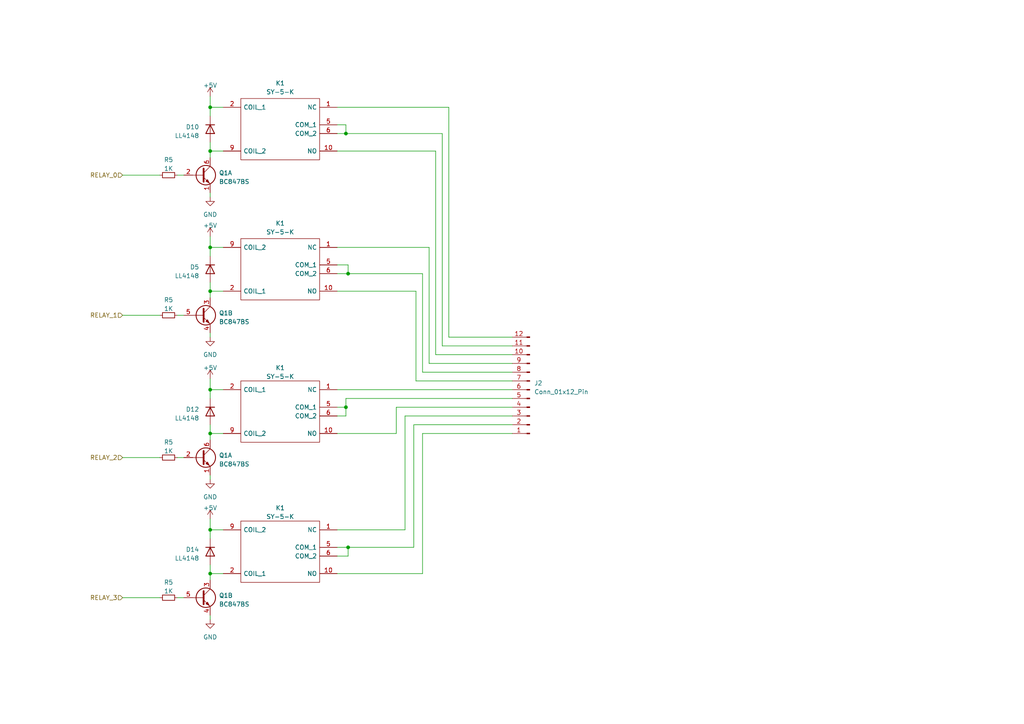
<source format=kicad_sch>
(kicad_sch (version 20230221) (generator eeschema)
  (paper "A4")
  (lib_symbols
    (symbol "Connector:Conn_01x12_Pin" (pin_names (offset 1.016) hide)
      (property "Reference" "J" (at 0 15.24 0))
      (property "Value" "Conn_01x12_Pin" (at 0 -17.78 0))
      (symbol "Conn_01x12_Pin_1_1"
        (polyline (pts (xy 1.27 -15.24) (xy 0.8636 -15.24)) (stroke (width 0.1524)))
        (polyline (pts (xy 1.27 -12.7) (xy 0.8636 -12.7)) (stroke (width 0.1524)))
        (polyline (pts (xy 1.27 -10.16) (xy 0.8636 -10.16)) (stroke (width 0.1524)))
        (polyline (pts (xy 1.27 -7.62) (xy 0.8636 -7.62)) (stroke (width 0.1524)))
        (polyline (pts (xy 1.27 -5.08) (xy 0.8636 -5.08)) (stroke (width 0.1524)))
        (polyline (pts (xy 1.27 -2.54) (xy 0.8636 -2.54)) (stroke (width 0.1524)))
        (polyline (pts (xy 1.27 0) (xy 0.8636 0)) (stroke (width 0.1524)))
        (polyline (pts (xy 1.27 2.54) (xy 0.8636 2.54)) (stroke (width 0.1524)))
        (polyline (pts (xy 1.27 5.08) (xy 0.8636 5.08)) (stroke (width 0.1524)))
        (polyline (pts (xy 1.27 7.62) (xy 0.8636 7.62)) (stroke (width 0.1524)))
        (polyline (pts (xy 1.27 10.16) (xy 0.8636 10.16)) (stroke (width 0.1524)))
        (polyline (pts (xy 1.27 12.7) (xy 0.8636 12.7)) (stroke (width 0.1524)))
        (rectangle (start 0.8636 -15.113) (end 0 -15.367) (stroke (width 0.1524)) (fill (type outline)))
        (rectangle (start 0.8636 -12.573) (end 0 -12.827) (stroke (width 0.1524)) (fill (type outline)))
        (rectangle (start 0.8636 -10.033) (end 0 -10.287) (stroke (width 0.1524)) (fill (type outline)))
        (rectangle (start 0.8636 -7.493) (end 0 -7.747) (stroke (width 0.1524)) (fill (type outline)))
        (rectangle (start 0.8636 -4.953) (end 0 -5.207) (stroke (width 0.1524)) (fill (type outline)))
        (rectangle (start 0.8636 -2.413) (end 0 -2.667) (stroke (width 0.1524)) (fill (type outline)))
        (rectangle (start 0.8636 0.127) (end 0 -0.127) (stroke (width 0.1524)) (fill (type outline)))
        (rectangle (start 0.8636 2.667) (end 0 2.413) (stroke (width 0.1524)) (fill (type outline)))
        (rectangle (start 0.8636 5.207) (end 0 4.953) (stroke (width 0.1524)) (fill (type outline)))
        (rectangle (start 0.8636 7.747) (end 0 7.493) (stroke (width 0.1524)) (fill (type outline)))
        (rectangle (start 0.8636 10.287) (end 0 10.033) (stroke (width 0.1524)) (fill (type outline)))
        (rectangle (start 0.8636 12.827) (end 0 12.573) (stroke (width 0.1524)) (fill (type outline)))
        (pin passive line (at 5.08 12.7 180) (length 3.81) (name "Pin_1") (number "1"))
        (pin passive line (at 5.08 -10.16 180) (length 3.81) (name "Pin_10") (number "10"))
        (pin passive line (at 5.08 -12.7 180) (length 3.81) (name "Pin_11") (number "11"))
        (pin passive line (at 5.08 -15.24 180) (length 3.81) (name "Pin_12") (number "12"))
        (pin passive line (at 5.08 10.16 180) (length 3.81) (name "Pin_2") (number "2"))
        (pin passive line (at 5.08 7.62 180) (length 3.81) (name "Pin_3") (number "3"))
        (pin passive line (at 5.08 5.08 180) (length 3.81) (name "Pin_4") (number "4"))
        (pin passive line (at 5.08 2.54 180) (length 3.81) (name "Pin_5") (number "5"))
        (pin passive line (at 5.08 0 180) (length 3.81) (name "Pin_6") (number "6"))
        (pin passive line (at 5.08 -2.54 180) (length 3.81) (name "Pin_7") (number "7"))
        (pin passive line (at 5.08 -5.08 180) (length 3.81) (name "Pin_8") (number "8"))
        (pin passive line (at 5.08 -7.62 180) (length 3.81) (name "Pin_9") (number "9"))
      )
    )
    (symbol "Device:R_Small" (pin_numbers hide) (pin_names (offset 0.254) hide)
      (property "Reference" "R" (at 0.762 0.508 0))
      (property "Value" "R_Small" (at 0.762 -1.016 0))
      (symbol "R_Small_0_1"
        (rectangle (start -0.762 1.778) (end 0.762 -1.778) (stroke (width 0.2032)))
      )
      (symbol "R_Small_1_1"
        (pin passive line (at 0 2.54 270) (length 0.762) (name "~") (number "1"))
        (pin passive line (at 0 -2.54 90) (length 0.762) (name "~") (number "2"))
      )
    )
    (symbol "Diode:LL4148" (pin_numbers hide) (pin_names hide)
      (property "Reference" "D" (at 0 2.54 0))
      (property "Value" "LL4148" (at 0 -2.54 0))
      (symbol "LL4148_0_1"
        (polyline (pts (xy -1.27 1.27) (xy -1.27 -1.27)) (stroke (width 0.254)))
        (polyline (pts (xy 1.27 0) (xy -1.27 0)))
        (polyline (pts (xy 1.27 1.27) (xy 1.27 -1.27) (xy -1.27 0) (xy 1.27 1.27)) (stroke (width 0.254)))
      )
      (symbol "LL4148_1_1"
        (pin passive line (at -3.81 0 0) (length 2.54) (name "K") (number "1"))
        (pin passive line (at 3.81 0 180) (length 2.54) (name "A") (number "2"))
      )
    )
    (symbol "SY-5-K:SY-5-K" (pin_names (offset 0.762))
      (property "Reference" "K" (at 15.24 5.08 0))
      (property "Value" "SY-5-K" (at 12.7 -17.78 0))
      (symbol "SY-5-K_0_0"
        (pin passive line (at 33.02 0 180) (length 5.08) (name "NC") (number "1"))
        (pin passive line (at 33.02 -12.7 180) (length 5.08) (name "NO") (number "10"))
        (pin passive line (at 0 -12.7 0) (length 5.08) (name "COIL_1") (number "2"))
        (pin passive line (at 33.02 -5.08 180) (length 5.08) (name "COM_1") (number "5"))
        (pin passive line (at 33.02 -7.62 180) (length 5.08) (name "COM_2") (number "6"))
        (pin passive line (at 0 0 0) (length 5.08) (name "COIL_2") (number "9"))
      )
      (symbol "SY-5-K_0_1"
        (polyline (pts (xy 5.08 2.54) (xy 27.94 2.54) (xy 27.94 -15.24) (xy 5.08 -15.24) (xy 5.08 2.54)) (stroke (width 0.1524)))
      )
    )
    (symbol "SY-5-K:SY-5-K_COIL_SWAPPED_IN_SYM" (pin_names (offset 0.762))
      (property "Reference" "K" (at 15.24 5.08 0))
      (property "Value" "SY-5-K_COIL_SWAPPED_IN_SYM" (at 12.7 -17.78 0))
      (symbol "SY-5-K_COIL_SWAPPED_IN_SYM_0_0"
        (pin passive line (at 33.02 0 180) (length 5.08) (name "NC") (number "1"))
        (pin passive line (at 33.02 -12.7 180) (length 5.08) (name "NO") (number "10"))
        (pin passive line (at 0 0 0) (length 5.08) (name "COIL_1") (number "2"))
        (pin passive line (at 33.02 -5.08 180) (length 5.08) (name "COM_1") (number "5"))
        (pin passive line (at 33.02 -7.62 180) (length 5.08) (name "COM_2") (number "6"))
        (pin passive line (at 0 -12.7 0) (length 5.08) (name "COIL_2") (number "9"))
      )
      (symbol "SY-5-K_COIL_SWAPPED_IN_SYM_0_1"
        (polyline (pts (xy 5.08 2.54) (xy 27.94 2.54) (xy 27.94 -15.24) (xy 5.08 -15.24) (xy 5.08 2.54)) (stroke (width 0.1524)))
      )
    )
    (symbol "Transistor_BJT:BC847BS" (pin_names (offset 0) hide)
      (property "Reference" "Q" (at 5.08 1.27 0))
      (property "Value" "BC847BS" (at 5.08 -1.27 0))
      (symbol "BC847BS_0_1"
        (polyline (pts (xy 0.635 0) (xy -2.54 0)))
        (polyline (pts (xy 0.635 0.635) (xy 2.54 2.54)))
        (polyline (pts (xy 0.635 -0.635) (xy 2.54 -2.54) (xy 2.54 -2.54)))
        (polyline (pts (xy 0.635 1.905) (xy 0.635 -1.905) (xy 0.635 -1.905)) (stroke (width 0.508)))
        (polyline (pts (xy 1.27 -1.778) (xy 1.778 -1.27) (xy 2.286 -2.286) (xy 1.27 -1.778) (xy 1.27 -1.778)) (fill (type outline)))
        (circle (center 1.27 0) (radius 2.8194) (stroke (width 0.254)))
      )
      (symbol "BC847BS_1_1"
        (pin passive line (at 2.54 -5.08 90) (length 2.54) (name "E1") (number "1"))
        (pin input line (at -5.08 0 0) (length 2.54) (name "B1") (number "2"))
        (pin passive line (at 2.54 5.08 270) (length 2.54) (name "C1") (number "6"))
      )
      (symbol "BC847BS_2_1"
        (pin passive line (at 2.54 5.08 270) (length 2.54) (name "C2") (number "3"))
        (pin passive line (at 2.54 -5.08 90) (length 2.54) (name "E2") (number "4"))
        (pin input line (at -5.08 0 0) (length 2.54) (name "B2") (number "5"))
      )
    )
    (symbol "power:+5V" (power) (pin_names (offset 0))
      (property "Value" "+5V" (at 0 3.556 0))
      (symbol "+5V_0_1"
        (polyline (pts (xy -0.762 1.27) (xy 0 2.54)))
        (polyline (pts (xy 0 0) (xy 0 2.54)))
        (polyline (pts (xy 0 2.54) (xy 0.762 1.27)))
      )
      (symbol "+5V_1_1"
        (pin power_in line (at 0 0 90) (length 0) hide (name "+5V") (number "1"))
      )
    )
    (symbol "power:GND" (power) (pin_names (offset 0))
      (property "Value" "GND" (at 0 -3.81 0))
      (symbol "GND_0_1"
        (polyline (pts (xy 0 0) (xy 0 -1.27) (xy 1.27 -1.27) (xy 0 -2.54) (xy -1.27 -1.27) (xy 0 -1.27)))
      )
      (symbol "GND_1_1"
        (pin power_in line (at 0 0 270) (length 0) hide (name "GND") (number "1"))
      )
    )
  )
  (junction (at 100.965 79.375))
  (junction (at 60.96 125.73))
  (junction (at 60.96 166.37))
  (junction (at 60.96 84.455))
  (junction (at 60.96 31.115))
  (junction (at 60.96 71.755))
  (junction (at 60.96 113.03))
  (junction (at 100.33 118.11))
  (junction (at 60.96 43.815))
  (junction (at 100.965 158.75))
  (junction (at 60.96 153.67))
  (junction (at 100.33 38.735))
  (wire (pts (xy 122.555 166.37) (xy 122.555 125.73)))
  (wire (pts (xy 60.96 55.88) (xy 60.96 57.15)))
  (wire (pts (xy 60.96 115.57) (xy 60.96 113.03)))
  (wire (pts (xy 60.96 125.73) (xy 60.96 127.635)))
  (wire (pts (xy 60.96 123.19) (xy 60.96 125.73)))
  (wire (pts (xy 51.435 132.715) (xy 53.34 132.715)))
  (wire (pts (xy 114.935 118.11) (xy 114.935 125.73)))
  (wire (pts (xy 100.33 38.735) (xy 97.79 38.735)))
  (wire (pts (xy 122.555 79.375) (xy 100.965 79.375)))
  (wire (pts (xy 60.96 84.455) (xy 60.96 86.36)))
  (wire (pts (xy 148.59 123.19) (xy 120.015 123.19)))
  (wire (pts (xy 100.33 36.195) (xy 100.33 38.735)))
  (wire (pts (xy 100.965 161.29) (xy 100.965 158.75)))
  (wire (pts (xy 35.56 91.44) (xy 46.355 91.44)))
  (wire (pts (xy 35.56 50.8) (xy 46.355 50.8)))
  (wire (pts (xy 60.96 71.755) (xy 64.77 71.755)))
  (wire (pts (xy 97.79 120.65) (xy 100.33 120.65)))
  (wire (pts (xy 148.59 105.41) (xy 124.46 105.41)))
  (wire (pts (xy 124.46 71.755) (xy 97.79 71.755)))
  (wire (pts (xy 128.27 100.33) (xy 128.27 38.735)))
  (wire (pts (xy 97.79 166.37) (xy 122.555 166.37)))
  (wire (pts (xy 60.96 166.37) (xy 60.96 168.275)))
  (wire (pts (xy 60.96 43.815) (xy 60.96 45.72)))
  (wire (pts (xy 60.96 163.83) (xy 60.96 166.37)))
  (wire (pts (xy 97.79 31.115) (xy 130.175 31.115)))
  (wire (pts (xy 64.77 125.73) (xy 60.96 125.73)))
  (wire (pts (xy 97.79 36.195) (xy 100.33 36.195)))
  (wire (pts (xy 51.435 50.8) (xy 53.34 50.8)))
  (wire (pts (xy 126.365 102.87) (xy 148.59 102.87)))
  (wire (pts (xy 117.475 120.65) (xy 148.59 120.65)))
  (wire (pts (xy 60.96 153.67) (xy 64.77 153.67)))
  (wire (pts (xy 60.96 178.435) (xy 60.96 179.705)))
  (wire (pts (xy 120.65 110.49) (xy 120.65 84.455)))
  (wire (pts (xy 130.175 97.79) (xy 148.59 97.79)))
  (wire (pts (xy 60.96 137.795) (xy 60.96 139.065)))
  (wire (pts (xy 124.46 105.41) (xy 124.46 71.755)))
  (wire (pts (xy 60.96 113.03) (xy 64.77 113.03)))
  (wire (pts (xy 120.015 158.75) (xy 100.965 158.75)))
  (wire (pts (xy 60.96 33.655) (xy 60.96 31.115)))
  (wire (pts (xy 64.77 43.815) (xy 60.96 43.815)))
  (wire (pts (xy 97.79 76.835) (xy 100.965 76.835)))
  (wire (pts (xy 122.555 107.95) (xy 122.555 79.375)))
  (wire (pts (xy 60.96 113.03) (xy 60.96 109.855)))
  (wire (pts (xy 148.59 118.11) (xy 114.935 118.11)))
  (wire (pts (xy 120.015 123.19) (xy 120.015 158.75)))
  (wire (pts (xy 35.56 173.355) (xy 46.355 173.355)))
  (wire (pts (xy 97.79 118.11) (xy 100.33 118.11)))
  (wire (pts (xy 148.59 100.33) (xy 128.27 100.33)))
  (wire (pts (xy 51.435 173.355) (xy 53.34 173.355)))
  (wire (pts (xy 60.96 31.115) (xy 60.96 27.94)))
  (wire (pts (xy 60.96 31.115) (xy 64.77 31.115)))
  (wire (pts (xy 97.79 153.67) (xy 117.475 153.67)))
  (wire (pts (xy 97.79 113.03) (xy 148.59 113.03)))
  (wire (pts (xy 35.56 132.715) (xy 46.355 132.715)))
  (wire (pts (xy 60.96 156.21) (xy 60.96 153.67)))
  (wire (pts (xy 64.77 84.455) (xy 60.96 84.455)))
  (wire (pts (xy 60.96 41.275) (xy 60.96 43.815)))
  (wire (pts (xy 60.96 153.67) (xy 60.96 150.495)))
  (wire (pts (xy 120.65 84.455) (xy 97.79 84.455)))
  (wire (pts (xy 148.59 107.95) (xy 122.555 107.95)))
  (wire (pts (xy 122.555 125.73) (xy 148.59 125.73)))
  (wire (pts (xy 100.33 115.57) (xy 148.59 115.57)))
  (wire (pts (xy 60.96 71.755) (xy 60.96 68.58)))
  (wire (pts (xy 130.175 31.115) (xy 130.175 97.79)))
  (wire (pts (xy 60.96 74.295) (xy 60.96 71.755)))
  (wire (pts (xy 60.96 81.915) (xy 60.96 84.455)))
  (wire (pts (xy 126.365 43.815) (xy 126.365 102.87)))
  (wire (pts (xy 117.475 153.67) (xy 117.475 120.65)))
  (wire (pts (xy 148.59 110.49) (xy 120.65 110.49)))
  (wire (pts (xy 100.965 158.75) (xy 97.79 158.75)))
  (wire (pts (xy 128.27 38.735) (xy 100.33 38.735)))
  (wire (pts (xy 97.79 161.29) (xy 100.965 161.29)))
  (wire (pts (xy 64.77 166.37) (xy 60.96 166.37)))
  (wire (pts (xy 51.435 91.44) (xy 53.34 91.44)))
  (wire (pts (xy 97.79 43.815) (xy 126.365 43.815)))
  (wire (pts (xy 100.33 115.57) (xy 100.33 118.11)))
  (wire (pts (xy 100.965 79.375) (xy 97.79 79.375)))
  (wire (pts (xy 100.33 120.65) (xy 100.33 118.11)))
  (wire (pts (xy 114.935 125.73) (xy 97.79 125.73)))
  (wire (pts (xy 100.965 76.835) (xy 100.965 79.375)))
  (wire (pts (xy 60.96 96.52) (xy 60.96 97.79)))
  (hierarchical_label "RELAY_0" (shape input) (at 35.56 50.8 180))
  (hierarchical_label "RELAY_2" (shape input) (at 35.56 132.715 180))
  (hierarchical_label "RELAY_1" (shape input) (at 35.56 91.44 180))
  (hierarchical_label "RELAY_3" (shape input) (at 35.56 173.355 180))
  (symbol (lib_id "Diode:LL4148") (at 60.96 160.02 270) (unit 1)
    (property "Reference" "D13" (at 57.785 159.385 90) (effects (justify right)))
    (property "Value" "LL4148" (at 57.785 161.925 90) (effects (justify right)))
    (property "Footprint" "Diode_SMD:D_MiniMELF" (effects hide))
    (property "Datasheet" "http://www.vishay.com/docs/85557/ll4148.pdf" (effects hide))
    (property "Sim.Device" "D" (effects hide))
    (property "Sim.Pins" "1=K 2=A" (effects hide))
    (instances (project "FT245 relay" (path "" (reference "D14") (unit 1)) (path "" (reference "D4") (unit 1))))
  )
  (symbol (lib_id "power:GND") (at 60.96 179.705 0) (unit 1)
    (property "Reference" "#PWR013" (effects hide))
    (property "Value" "GND" (at 60.96 184.785 0))
    (instances (project "FT245 relay" (path "" (reference "#PWR013") (unit 1)) (path "" (reference "#PWR027") (unit 1)) (path "" (reference "#PWR019") (unit 1))))
  )
  (symbol (lib_id "SY-5-K:SY-5-K_COIL_SWAPPED_IN_SYM") (at 64.77 113.03 0) (unit 1)
    (property "Reference" "K1" (at 81.28 106.68 0))
    (property "Value" "SY-5-K" (at 81.28 109.22 0))
    (property "Footprint" "footprints:SY5K" (effects hide))
    (property "Datasheet" "https://www.arrow.com/en/products/sy-5-k/fujitsu" (effects hide))
    (property "Description" "Low Signal Relays - PCB SIGNAL SPDT; Ucoil: 5VDC; 0.5A/120VAC; 1A/24VDC" (effects hide))
    (property "Height" "9.7" (effects hide))
    (property "Mouser Part Number" "817-SY-5-K" (effects hide))
    (property "Mouser Price/Stock" "https://www.mouser.co.uk/ProductDetail/Fujitsu/SY-5-K?qs=KRSVUgncXLCoxtm2GEb6ew%3D%3D" (effects hide))
    (property "Manufacturer_Name" "FUJITSU" (effects hide))
    (property "Manufacturer_Part_Number" "SY-5-K" (effects hide))
    (instances (project "FT245 relay" (path "" (reference "K1") (unit 1)) (path "" (reference "K7") (unit 1)) (path "" (reference "K3") (unit 1))))
  )
  (symbol (lib_id "Device:R_Small") (at 48.895 91.44 270) (mirror x) (unit 1)
    (property "Reference" "R5" (at 48.895 86.995 90))
    (property "Value" "1K" (at 48.895 89.535 90))
    (property "Footprint" "Resistor_SMD:R_0603_1608Metric" (effects hide))
    (instances (project "FT245 relay" (path "" (reference "R5") (unit 1)) (path "" (reference "R10") (unit 1)) (path "" (reference "R5") (unit 1))))
  )
  (symbol (lib_id "Diode:LL4148") (at 60.96 78.105 270) (unit 1)
    (property "Reference" "D1" (at 57.785 77.47 90) (effects (justify right)))
    (property "Value" "LL4148" (at 57.785 80.01 90) (effects (justify right)))
    (property "Footprint" "Diode_SMD:D_MiniMELF" (effects hide))
    (property "Datasheet" "http://www.vishay.com/docs/85557/ll4148.pdf" (effects hide))
    (property "Sim.Device" "D" (effects hide))
    (property "Sim.Pins" "1=K 2=A" (effects hide))
    (instances (project "FT245 relay" (path "" (reference "D5") (unit 1)) (path "" (reference "D2") (unit 1))))
  )
  (symbol (lib_id "Transistor_BJT:BC847BS") (at 58.42 91.44 0) (unit 2)
    (property "Reference" "Q1" (at 63.5 90.805 0) (effects (justify left)))
    (property "Value" "BC847BS" (at 63.5 93.345 0) (effects (justify left)))
    (property "Footprint" "Package_TO_SOT_SMD:SOT-363_SC-70-6" (effects hide))
    (property "Datasheet" "https://assets.nexperia.com/documents/data-sheet/BC847BS.pdf" (effects hide))
    (instances (project "FT245 relay" (path "" (reference "Q1") (unit 2)) (path "" (reference "Q3") (unit 2)) (path "" (reference "Q1") (unit 2))))
  )
  (symbol (lib_id "Device:R_Small") (at 48.895 50.8 270) (mirror x) (unit 1)
    (property "Reference" "R5" (at 48.895 46.355 90))
    (property "Value" "1K" (at 48.895 48.895 90))
    (property "Footprint" "Resistor_SMD:R_0603_1608Metric" (effects hide))
    (instances (project "FT245 relay" (path "" (reference "R5") (unit 1)) (path "" (reference "R9") (unit 1)) (path "" (reference "R4") (unit 1))))
  )
  (symbol (lib_id "power:GND") (at 60.96 57.15 0) (unit 1)
    (property "Reference" "#PWR013" (effects hide))
    (property "Value" "GND" (at 60.96 62.23 0))
    (instances (project "FT245 relay" (path "" (reference "#PWR013") (unit 1)) (path "" (reference "#PWR021") (unit 1)) (path "" (reference "#PWR013") (unit 1))))
  )
  (symbol (lib_id "Diode:LL4148") (at 60.96 37.465 270) (unit 1)
    (property "Reference" "D9" (at 57.785 36.83 90) (effects (justify right)))
    (property "Value" "LL4148" (at 57.785 39.37 90) (effects (justify right)))
    (property "Footprint" "Diode_SMD:D_MiniMELF" (effects hide))
    (property "Datasheet" "http://www.vishay.com/docs/85557/ll4148.pdf" (effects hide))
    (property "Sim.Device" "D" (effects hide))
    (property "Sim.Pins" "1=K 2=A" (effects hide))
    (instances (project "FT245 relay" (path "" (reference "D10") (unit 1)) (path "" (reference "D1") (unit 1))))
  )
  (symbol (lib_id "power:GND") (at 60.96 97.79 0) (unit 1)
    (property "Reference" "#PWR013" (effects hide))
    (property "Value" "GND" (at 60.96 102.87 0))
    (instances (project "FT245 relay" (path "" (reference "#PWR013") (unit 1)) (path "" (reference "#PWR023") (unit 1)) (path "" (reference "#PWR015") (unit 1))))
  )
  (symbol (lib_id "Transistor_BJT:BC847BS") (at 58.42 50.8 0) (unit 1)
    (property "Reference" "Q1" (at 63.5 50.165 0) (effects (justify left)))
    (property "Value" "BC847BS" (at 63.5 52.705 0) (effects (justify left)))
    (property "Footprint" "Package_TO_SOT_SMD:SOT-363_SC-70-6" (effects hide))
    (property "Datasheet" "https://assets.nexperia.com/documents/data-sheet/BC847BS.pdf" (effects hide))
    (instances (project "FT245 relay" (path "" (reference "Q1") (unit 1)) (path "" (reference "Q3") (unit 1)) (path "" (reference "Q1") (unit 1))))
  )
  (symbol (lib_id "power:+5V") (at 60.96 68.58 0) (unit 1)
    (property "Reference" "#PWR012" (effects hide))
    (property "Value" "+5V" (at 60.96 65.405 0))
    (instances (project "FT245 relay" (path "" (reference "#PWR012") (unit 1)) (path "" (reference "#PWR022") (unit 1)) (path "" (reference "#PWR014") (unit 1))))
  )
  (symbol (lib_id "power:+5V") (at 60.96 150.495 0) (unit 1)
    (property "Reference" "#PWR012" (effects hide))
    (property "Value" "+5V" (at 60.96 147.32 0))
    (instances (project "FT245 relay" (path "" (reference "#PWR012") (unit 1)) (path "" (reference "#PWR026") (unit 1)) (path "" (reference "#PWR018") (unit 1))))
  )
  (symbol (lib_id "power:+5V") (at 60.96 109.855 0) (unit 1)
    (property "Reference" "#PWR012" (effects hide))
    (property "Value" "+5V" (at 60.96 106.68 0))
    (instances (project "FT245 relay" (path "" (reference "#PWR012") (unit 1)) (path "" (reference "#PWR024") (unit 1)) (path "" (reference "#PWR016") (unit 1))))
  )
  (symbol (lib_id "SY-5-K:SY-5-K_COIL_SWAPPED_IN_SYM") (at 64.77 31.115 0) (unit 1)
    (property "Reference" "K1" (at 81.28 24.13 0))
    (property "Value" "SY-5-K" (at 81.28 26.67 0))
    (property "Footprint" "footprints:SY5K" (effects hide))
    (property "Datasheet" "https://www.arrow.com/en/products/sy-5-k/fujitsu" (effects hide))
    (property "Description" "Low Signal Relays - PCB SIGNAL SPDT; Ucoil: 5VDC; 0.5A/120VAC; 1A/24VDC" (effects hide))
    (property "Height" "9.7" (effects hide))
    (property "Mouser Part Number" "817-SY-5-K" (effects hide))
    (property "Mouser Price/Stock" "https://www.mouser.co.uk/ProductDetail/Fujitsu/SY-5-K?qs=KRSVUgncXLCoxtm2GEb6ew%3D%3D" (effects hide))
    (property "Manufacturer_Name" "FUJITSU" (effects hide))
    (property "Manufacturer_Part_Number" "SY-5-K" (effects hide))
    (instances (project "FT245 relay" (path "" (reference "K1") (unit 1)) (path "" (reference "K5") (unit 1)) (path "" (reference "K1") (unit 1))))
  )
  (symbol (lib_id "SY-5-K:SY-5-K") (at 64.77 153.67 0) (unit 1)
    (property "Reference" "K1" (at 81.28 147.32 0))
    (property "Value" "SY-5-K" (at 81.28 149.86 0))
    (property "Footprint" "footprints:SY5K" (effects hide))
    (property "Datasheet" "https://www.arrow.com/en/products/sy-5-k/fujitsu" (effects hide))
    (property "Description" "Low Signal Relays - PCB SIGNAL SPDT; Ucoil: 5VDC; 0.5A/120VAC; 1A/24VDC" (effects hide))
    (property "Height" "9.7" (effects hide))
    (property "Mouser Part Number" "817-SY-5-K" (effects hide))
    (property "Mouser Price/Stock" "https://www.mouser.co.uk/ProductDetail/Fujitsu/SY-5-K?qs=KRSVUgncXLCoxtm2GEb6ew%3D%3D" (effects hide))
    (property "Manufacturer_Name" "FUJITSU" (effects hide))
    (property "Manufacturer_Part_Number" "SY-5-K" (effects hide))
    (instances (project "FT245 relay" (path "" (reference "K1") (unit 1)) (path "" (reference "K8") (unit 1)) (path "" (reference "K4") (unit 1))))
  )
  (symbol (lib_id "Connector:Conn_01x12_Pin") (at 153.67 113.03 180) (unit 1)
    (property "Reference" "J3" (at 154.94 111.125 0) (effects (justify right)))
    (property "Value" "Conn_01x12_Pin" (at 154.94 113.665 0) (effects (justify right)))
    (property "Footprint" "Connector_Phoenix_MC:PhoenixContact_MC_1,5_12-G-3.5_1x12_P3.50mm_Horizontal" (effects hide))
    (instances (project "FT245 relay" (path "" (reference "J2") (unit 1)) (path "" (reference "J3") (unit 1))))
  )
  (symbol (lib_id "Transistor_BJT:BC847BS") (at 58.42 173.355 0) (unit 2)
    (property "Reference" "Q1" (at 63.5 172.72 0) (effects (justify left)))
    (property "Value" "BC847BS" (at 63.5 175.26 0) (effects (justify left)))
    (property "Footprint" "Package_TO_SOT_SMD:SOT-363_SC-70-6" (effects hide))
    (property "Datasheet" "https://assets.nexperia.com/documents/data-sheet/BC847BS.pdf" (effects hide))
    (instances (project "FT245 relay" (path "" (reference "Q1") (unit 2)) (path "" (reference "Q4") (unit 2)) (path "" (reference "Q2") (unit 2))))
  )
  (symbol (lib_id "SY-5-K:SY-5-K") (at 64.77 71.755 0) (unit 1)
    (property "Reference" "K1" (at 81.28 64.77 0))
    (property "Value" "SY-5-K" (at 81.28 67.31 0))
    (property "Footprint" "footprints:SY5K" (effects hide))
    (property "Datasheet" "https://www.arrow.com/en/products/sy-5-k/fujitsu" (effects hide))
    (property "Description" "Low Signal Relays - PCB SIGNAL SPDT; Ucoil: 5VDC; 0.5A/120VAC; 1A/24VDC" (effects hide))
    (property "Height" "9.7" (effects hide))
    (property "Mouser Part Number" "817-SY-5-K" (effects hide))
    (property "Mouser Price/Stock" "https://www.mouser.co.uk/ProductDetail/Fujitsu/SY-5-K?qs=KRSVUgncXLCoxtm2GEb6ew%3D%3D" (effects hide))
    (property "Manufacturer_Name" "FUJITSU" (effects hide))
    (property "Manufacturer_Part_Number" "SY-5-K" (effects hide))
    (instances (project "FT245 relay" (path "" (reference "K1") (unit 1)) (path "" (reference "K6") (unit 1)) (path "" (reference "K2") (unit 1))))
  )
  (symbol (lib_id "Device:R_Small") (at 48.895 173.355 270) (mirror x) (unit 1)
    (property "Reference" "R5" (at 48.895 168.91 90))
    (property "Value" "1K" (at 48.895 171.45 90))
    (property "Footprint" "Resistor_SMD:R_0603_1608Metric" (effects hide))
    (instances (project "FT245 relay" (path "" (reference "R5") (unit 1)) (path "" (reference "R12") (unit 1)) (path "" (reference "R7") (unit 1))))
  )
  (symbol (lib_id "power:GND") (at 60.96 139.065 0) (unit 1)
    (property "Reference" "#PWR013" (effects hide))
    (property "Value" "GND" (at 60.96 144.145 0))
    (instances (project "FT245 relay" (path "" (reference "#PWR013") (unit 1)) (path "" (reference "#PWR025") (unit 1)) (path "" (reference "#PWR017") (unit 1))))
  )
  (symbol (lib_id "Transistor_BJT:BC847BS") (at 58.42 132.715 0) (unit 1)
    (property "Reference" "Q1" (at 63.5 132.08 0) (effects (justify left)))
    (property "Value" "BC847BS" (at 63.5 134.62 0) (effects (justify left)))
    (property "Footprint" "Package_TO_SOT_SMD:SOT-363_SC-70-6" (effects hide))
    (property "Datasheet" "https://assets.nexperia.com/documents/data-sheet/BC847BS.pdf" (effects hide))
    (instances (project "FT245 relay" (path "" (reference "Q1") (unit 1)) (path "" (reference "Q4") (unit 1)) (path "" (reference "Q2") (unit 1))))
  )
  (symbol (lib_id "power:+5V") (at 60.96 27.94 0) (unit 1)
    (property "Reference" "#PWR012" (effects hide))
    (property "Value" "+5V" (at 60.96 24.765 0))
    (instances (project "FT245 relay" (path "" (reference "#PWR012") (unit 1)) (path "" (reference "#PWR020") (unit 1)) (path "" (reference "#PWR012") (unit 1))))
  )
  (symbol (lib_id "Device:R_Small") (at 48.895 132.715 270) (mirror x) (unit 1)
    (property "Reference" "R5" (at 48.895 128.27 90))
    (property "Value" "1K" (at 48.895 130.81 90))
    (property "Footprint" "Resistor_SMD:R_0603_1608Metric" (effects hide))
    (instances (project "FT245 relay" (path "" (reference "R5") (unit 1)) (path "" (reference "R11") (unit 1)) (path "" (reference "R6") (unit 1))))
  )
  (symbol (lib_id "Diode:LL4148") (at 60.96 119.38 270) (unit 1)
    (property "Reference" "D11" (at 57.785 118.745 90) (effects (justify right)))
    (property "Value" "LL4148" (at 57.785 121.285 90) (effects (justify right)))
    (property "Footprint" "Diode_SMD:D_MiniMELF" (effects hide))
    (property "Datasheet" "http://www.vishay.com/docs/85557/ll4148.pdf" (effects hide))
    (property "Sim.Device" "D" (effects hide))
    (property "Sim.Pins" "1=K 2=A" (effects hide))
    (instances (project "FT245 relay" (path "" (reference "D12") (unit 1)) (path "" (reference "D3") (unit 1))))
  )
)
</source>
